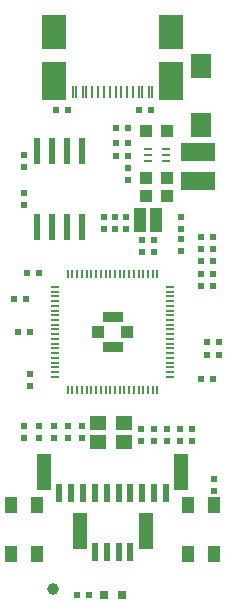
<source format=gbr>
%TF.GenerationSoftware,KiCad,Pcbnew,7.0.11-7.0.11~ubuntu22.04.1*%
%TF.CreationDate,2024-12-17T16:05:18+02:00*%
%TF.ProjectId,RP2350-PICO2-XXL_Rev_A,52503233-3530-42d5-9049-434f322d5858,A*%
%TF.SameCoordinates,PX81b3200PY6e263e0*%
%TF.FileFunction,Paste,Top*%
%TF.FilePolarity,Positive*%
%FSLAX46Y46*%
G04 Gerber Fmt 4.6, Leading zero omitted, Abs format (unit mm)*
G04 Created by KiCad (PCBNEW 7.0.11-7.0.11~ubuntu22.04.1) date 2024-12-17 16:05:18*
%MOMM*%
%LPD*%
G01*
G04 APERTURE LIST*
%ADD10C,1.000000*%
%ADD11R,0.800000X0.800000*%
%ADD12R,0.500000X0.550000*%
%ADD13R,0.550000X0.500000*%
%ADD14R,1.700000X2.000000*%
%ADD15R,1.000000X1.400000*%
%ADD16R,1.200000X3.100000*%
%ADD17R,0.600000X1.550000*%
%ADD18R,2.100000X3.200000*%
%ADD19R,2.100000X3.000000*%
%ADD20R,1.100000X2.200000*%
%ADD21R,1.100000X2.000000*%
%ADD22R,0.280000X1.130000*%
%ADD23R,0.230000X1.130000*%
%ADD24R,1.400000X1.200000*%
%ADD25R,1.016000X1.016000*%
%ADD26R,0.211000X0.791000*%
%ADD27R,0.791000X0.211000*%
%ADD28R,1.700000X0.900000*%
%ADD29R,1.000000X1.000000*%
%ADD30R,3.000000X1.600000*%
%ADD31R,0.750000X0.230000*%
%ADD32R,0.600000X2.200000*%
G04 APERTURE END LIST*
D10*
%TO.C,FID1*%
X9450000Y1500000D03*
%TD*%
D11*
%TO.C,LED1*%
X15262000Y1000000D03*
X13738000Y1000000D03*
%TD*%
D12*
%TO.C,R10*%
X17758000Y42000000D03*
X16742000Y42000000D03*
%TD*%
D13*
%TO.C,R7*%
X14700000Y33008000D03*
X14700000Y31992000D03*
%TD*%
D14*
%TO.C,D1*%
X22000000Y40750000D03*
X22000000Y45750000D03*
%TD*%
D13*
%TO.C,R6*%
X15600000Y33008000D03*
X15600000Y31992000D03*
%TD*%
%TO.C,R18*%
X8250000Y15258000D03*
X8250000Y14242000D03*
%TD*%
%TO.C,R17*%
X7000000Y15258000D03*
X7000000Y14242000D03*
%TD*%
D15*
%TO.C,RST1*%
X8075000Y8575000D03*
X5925000Y8575000D03*
X8075000Y4425000D03*
X5925000Y4425000D03*
%TD*%
D12*
%TO.C,R5*%
X9742000Y42000000D03*
X10758000Y42000000D03*
%TD*%
%TO.C,R12*%
X14792000Y40500000D03*
X15808000Y40500000D03*
%TD*%
%TO.C,R8*%
X23008000Y28150000D03*
X21992000Y28150000D03*
%TD*%
%TO.C,R4*%
X21992000Y29250000D03*
X23008000Y29250000D03*
%TD*%
D16*
%TO.C,pUEXT1*%
X8700000Y11350000D03*
X20300000Y11350000D03*
D17*
X10000000Y9575000D03*
X11000000Y9575000D03*
X12000000Y9575000D03*
X13000000Y9575000D03*
X14000000Y9575000D03*
X15000000Y9575000D03*
X16000000Y9575000D03*
X17000000Y9575000D03*
X18000000Y9575000D03*
X19000000Y9575000D03*
%TD*%
D15*
%TO.C,BOOT1*%
X23075000Y8575000D03*
X20925000Y8575000D03*
X23075000Y4425000D03*
X20925000Y4425000D03*
%TD*%
D12*
%TO.C,R15*%
X12508000Y1000000D03*
X11492000Y1000000D03*
%TD*%
D18*
%TO.C,USB-C1*%
X9572400Y44470000D03*
X19427600Y44470000D03*
D19*
X9572400Y48650000D03*
X19427600Y48650000D03*
D20*
X9572400Y44470000D03*
X19427600Y44470000D03*
D21*
X9572400Y48650000D03*
X19427600Y48650000D03*
D22*
X17825000Y43568000D03*
X17025000Y43568000D03*
D23*
X15750000Y43568000D03*
X14750000Y43568000D03*
X14250000Y43568000D03*
X13250000Y43568000D03*
D22*
X11975000Y43568000D03*
X11175000Y43568000D03*
X11425000Y43568000D03*
X12225000Y43568000D03*
D23*
X12750000Y43568000D03*
X13750000Y43568000D03*
X15250000Y43568000D03*
X16250000Y43568000D03*
D22*
X16775000Y43568000D03*
X17575000Y43568000D03*
%TD*%
D12*
%TO.C,C10*%
X8258000Y28200000D03*
X7242000Y28200000D03*
%TD*%
D13*
%TO.C,C4*%
X7500000Y19708000D03*
X7500000Y18692000D03*
%TD*%
D12*
%TO.C,R13*%
X15808000Y38100000D03*
X14792000Y38100000D03*
%TD*%
%TO.C,C17*%
X22492000Y22375000D03*
X23508000Y22375000D03*
%TD*%
%TO.C,C9*%
X21992000Y30250000D03*
X23008000Y30250000D03*
%TD*%
%TO.C,C14*%
X16992000Y31000000D03*
X18008000Y31000000D03*
%TD*%
D13*
%TO.C,C16*%
X19100000Y15008000D03*
X19100000Y13992000D03*
%TD*%
%TO.C,C11*%
X13800000Y31992000D03*
X13800000Y33008000D03*
%TD*%
%TO.C,R3*%
X20250000Y33008000D03*
X20250000Y31992000D03*
%TD*%
D12*
%TO.C,C3*%
X7208000Y26000000D03*
X6192000Y26000000D03*
%TD*%
%TO.C,C23*%
X15808000Y39250000D03*
X14792000Y39250000D03*
%TD*%
D21*
%TO.C,L1*%
X16800000Y32750000D03*
X18200000Y32750000D03*
%TD*%
D13*
%TO.C,C18*%
X20250000Y31108000D03*
X20250000Y30092000D03*
%TD*%
%TO.C,R2*%
X21200000Y13992000D03*
X21200000Y15008000D03*
%TD*%
D24*
%TO.C,Q1*%
X15500000Y15550000D03*
X13300000Y13950000D03*
X15500000Y13950000D03*
X13300000Y15550000D03*
%TD*%
D12*
%TO.C,C8*%
X22492000Y21300000D03*
X23508000Y21300000D03*
%TD*%
D13*
%TO.C,C21*%
X11900000Y14242000D03*
X11900000Y15258000D03*
%TD*%
D12*
%TO.C,C19*%
X21992000Y27100000D03*
X23008000Y27100000D03*
%TD*%
D25*
%TO.C,C22*%
X19125000Y40250000D03*
X17347000Y40250000D03*
%TD*%
D13*
%TO.C,C2*%
X20200000Y15008000D03*
X20200000Y13992000D03*
%TD*%
D12*
%TO.C,C12*%
X21992000Y31250000D03*
X23008000Y31250000D03*
%TD*%
%TO.C,C13*%
X16992000Y30000000D03*
X18008000Y30000000D03*
%TD*%
D26*
%TO.C,U3*%
X18300000Y28146500D03*
X17900000Y28146500D03*
X17500000Y28146500D03*
X17100000Y28146500D03*
X16700000Y28146500D03*
X16300000Y28146500D03*
X15900000Y28146500D03*
X15500000Y28146500D03*
X15100000Y28146500D03*
X14700000Y28146500D03*
X14300000Y28146500D03*
X13900000Y28146500D03*
X13500000Y28146500D03*
X13100000Y28146500D03*
X12700000Y28146500D03*
X12300000Y28146500D03*
X11900000Y28146500D03*
X11500000Y28146500D03*
X11100000Y28146500D03*
X10700000Y28146500D03*
D27*
X19396500Y27050000D03*
X9603500Y27050000D03*
X19396500Y26650000D03*
X9603500Y26650000D03*
X19396500Y26250000D03*
X9603500Y26250000D03*
X19396500Y25850000D03*
X9603500Y25850000D03*
X19396500Y25450000D03*
X9603500Y25450000D03*
X19396500Y25050000D03*
X9603500Y25050000D03*
X19396500Y24650000D03*
X9603500Y24650000D03*
D28*
X14500000Y24500000D03*
D27*
X19396500Y24250000D03*
X9603500Y24250000D03*
X19396500Y23850000D03*
X9603500Y23850000D03*
X19396500Y23450000D03*
X9603500Y23450000D03*
D29*
X15700000Y23250000D03*
X13300000Y23250000D03*
D27*
X19396500Y23050000D03*
X9603500Y23050000D03*
X19396500Y22650000D03*
X9603500Y22650000D03*
X19396500Y22250000D03*
X9603500Y22250000D03*
D28*
X14500000Y22000000D03*
D27*
X19396500Y21850000D03*
X9603500Y21850000D03*
X19396500Y21450000D03*
X9603500Y21450000D03*
X19396500Y21050000D03*
X9603500Y21050000D03*
X19396500Y20650000D03*
X9603500Y20650000D03*
X19396500Y20250000D03*
X9603500Y20250000D03*
X19396500Y19850000D03*
X9603500Y19850000D03*
X19396500Y19450000D03*
X9603500Y19450000D03*
D26*
X18300000Y18353500D03*
X17900000Y18353500D03*
X17500000Y18353500D03*
X17100000Y18353500D03*
X16700000Y18353500D03*
X16300000Y18353500D03*
X15900000Y18353500D03*
X15500000Y18353500D03*
X15100000Y18353500D03*
X14700000Y18353500D03*
X14300000Y18353500D03*
X13900000Y18353500D03*
X13500000Y18353500D03*
X13100000Y18353500D03*
X12700000Y18353500D03*
X12300000Y18353500D03*
X11900000Y18353500D03*
X11500000Y18353500D03*
X11100000Y18353500D03*
X10700000Y18353500D03*
%TD*%
D30*
%TO.C,L2*%
X21750000Y36050000D03*
X21750000Y38450000D03*
%TD*%
D12*
%TO.C,C7*%
X21992000Y19250000D03*
X23008000Y19250000D03*
%TD*%
D31*
%TO.C,U2*%
X17475000Y38750000D03*
X17475000Y38250000D03*
X17475000Y37750000D03*
X19025000Y38750000D03*
X19025000Y38250000D03*
X19025000Y37750000D03*
%TD*%
D13*
%TO.C,C20*%
X16900000Y15008000D03*
X16900000Y13992000D03*
%TD*%
D25*
%TO.C,C24*%
X19139000Y36250000D03*
X17361000Y36250000D03*
%TD*%
D13*
%TO.C,R11*%
X23100000Y10808000D03*
X23100000Y9792000D03*
%TD*%
%TO.C,R1*%
X7000000Y35008000D03*
X7000000Y33992000D03*
%TD*%
%TO.C,C1*%
X7000000Y37242000D03*
X7000000Y38258000D03*
%TD*%
D32*
%TO.C,U1*%
X8085000Y32085000D03*
X9355000Y32085000D03*
X10625000Y32085000D03*
X11895000Y32085000D03*
X11895000Y38555000D03*
X10625000Y38555000D03*
X9355000Y38555000D03*
X8085000Y38555000D03*
%TD*%
D13*
%TO.C,R9*%
X18000000Y13992000D03*
X18000000Y15008000D03*
%TD*%
D25*
%TO.C,C25*%
X19139000Y34750000D03*
X17361000Y34750000D03*
%TD*%
D13*
%TO.C,R14*%
X15800000Y37108000D03*
X15800000Y36092000D03*
%TD*%
D16*
%TO.C,QWST1*%
X11700000Y6350000D03*
X17300000Y6350000D03*
D17*
X13000000Y4575000D03*
X14000000Y4575000D03*
X15000000Y4575000D03*
X16000000Y4575000D03*
%TD*%
D12*
%TO.C,C15*%
X7508000Y23250000D03*
X6492000Y23250000D03*
%TD*%
D13*
%TO.C,C6*%
X10750000Y15258000D03*
X10750000Y14242000D03*
%TD*%
%TO.C,C5*%
X9500000Y15258000D03*
X9500000Y14242000D03*
%TD*%
M02*

</source>
